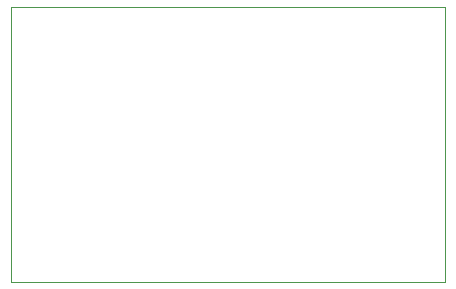
<source format=gbr>
%TF.GenerationSoftware,KiCad,Pcbnew,9.0.0*%
%TF.CreationDate,2025-08-25T22:35:37-05:00*%
%TF.ProjectId,CellSimulatorPCB,43656c6c-5369-46d7-956c-61746f725043,rev?*%
%TF.SameCoordinates,Original*%
%TF.FileFunction,Profile,NP*%
%FSLAX46Y46*%
G04 Gerber Fmt 4.6, Leading zero omitted, Abs format (unit mm)*
G04 Created by KiCad (PCBNEW 9.0.0) date 2025-08-25 22:35:37*
%MOMM*%
%LPD*%
G01*
G04 APERTURE LIST*
%TA.AperFunction,Profile*%
%ADD10C,0.050000*%
%TD*%
G04 APERTURE END LIST*
D10*
X77250000Y-55750000D02*
X114000000Y-55750000D01*
X114000000Y-79000000D01*
X77250000Y-79000000D01*
X77250000Y-55750000D01*
M02*

</source>
